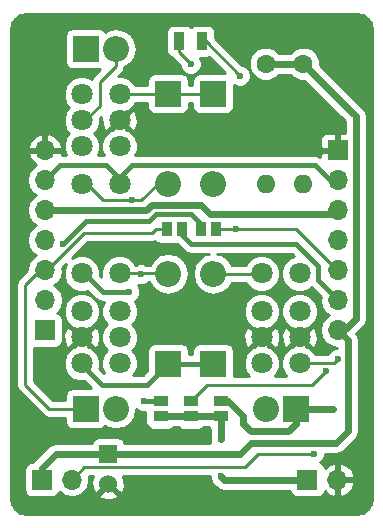
<source format=gbr>
G04 #@! TF.FileFunction,Copper,L1,Top,Signal*
%FSLAX46Y46*%
G04 Gerber Fmt 4.6, Leading zero omitted, Abs format (unit mm)*
G04 Created by KiCad (PCBNEW 4.0.4+e1-6308~48~ubuntu16.04.1-stable) date Mon Jan 22 19:58:00 2018*
%MOMM*%
%LPD*%
G01*
G04 APERTURE LIST*
%ADD10C,0.100000*%
%ADD11R,1.270000X0.970000*%
%ADD12R,0.970000X1.270000*%
%ADD13C,1.600000*%
%ADD14O,1.600000X1.600000*%
%ADD15R,2.200000X2.200000*%
%ADD16O,2.200000X2.200000*%
%ADD17R,1.700000X1.700000*%
%ADD18O,1.700000X1.700000*%
%ADD19R,0.970000X1.500000*%
%ADD20R,1.524000X1.524000*%
%ADD21C,1.524000*%
%ADD22C,1.800000*%
%ADD23C,0.600000*%
%ADD24C,0.240000*%
%ADD25C,0.400000*%
%ADD26C,0.600000*%
%ADD27C,0.254000*%
G04 APERTURE END LIST*
D10*
D11*
X118490000Y-134775000D03*
X118490000Y-133495000D03*
X113410000Y-134775000D03*
X113410000Y-133495000D03*
X115950000Y-134775000D03*
X115950000Y-133495000D03*
D12*
X118114000Y-118895000D03*
X116834000Y-118895000D03*
D13*
X122300000Y-104925000D03*
D14*
X122300000Y-115085000D03*
D13*
X125475000Y-104925000D03*
D14*
X125475000Y-115085000D03*
D12*
X113913000Y-118895000D03*
X115193000Y-118895000D03*
D15*
X107060000Y-103655000D03*
D16*
X109600000Y-103655000D03*
D15*
X124840000Y-134135000D03*
D16*
X122300000Y-134135000D03*
D15*
X107060000Y-134135000D03*
D16*
X109600000Y-134135000D03*
D17*
X103620000Y-127480000D03*
D18*
X103620000Y-124940000D03*
X103620000Y-122400000D03*
X103620000Y-119860000D03*
X103620000Y-117320000D03*
X103620000Y-114780000D03*
X103620000Y-112240000D03*
D17*
X128410000Y-112240000D03*
D18*
X128410000Y-114780000D03*
X128410000Y-117320000D03*
X128410000Y-119860000D03*
X128410000Y-122400000D03*
X128410000Y-124940000D03*
X128410000Y-127480000D03*
D17*
X103360000Y-140130000D03*
D18*
X105900000Y-140130000D03*
D17*
X125840000Y-140130000D03*
D18*
X128380000Y-140130000D03*
D19*
X114995000Y-103020000D03*
X116905000Y-103020000D03*
D20*
X108965000Y-137945000D03*
D21*
X108965000Y-140485000D03*
D15*
X117855000Y-107465000D03*
D16*
X117855000Y-115085000D03*
D15*
X114045000Y-107465000D03*
D16*
X114045000Y-115085000D03*
D15*
X114045000Y-130325000D03*
D16*
X114045000Y-122705000D03*
D15*
X117855000Y-130325000D03*
D16*
X117855000Y-122705000D03*
D22*
X109930000Y-115110000D03*
X109930000Y-111910000D03*
X109930000Y-109710000D03*
X109930000Y-107510000D03*
X106730000Y-107510000D03*
X106730000Y-109710000D03*
X106730000Y-111910000D03*
X106730000Y-115110000D03*
X106730000Y-122680000D03*
X106730000Y-125880000D03*
X106730000Y-128080000D03*
X106730000Y-130280000D03*
X109930000Y-130280000D03*
X109930000Y-128080000D03*
X109930000Y-125880000D03*
X109930000Y-122680000D03*
X121970000Y-122680000D03*
X121970000Y-125880000D03*
X121970000Y-128080000D03*
X121970000Y-130280000D03*
X125170000Y-130280000D03*
X125170000Y-128080000D03*
X125170000Y-125880000D03*
X125170000Y-122680000D03*
D23*
X111000000Y-116500000D03*
X120141000Y-105941000D03*
X111750000Y-122750000D03*
X128396000Y-129944000D03*
X126364000Y-137945000D03*
X119760000Y-118895000D03*
X115950000Y-104925000D03*
X128015000Y-134135000D03*
X110750000Y-124250000D03*
X112000000Y-133500000D03*
X127380000Y-130960000D03*
X118490000Y-136675000D03*
X118490000Y-139850000D03*
X105155000Y-120165000D03*
D24*
X109430000Y-107510000D02*
X114000000Y-107510000D01*
X114000000Y-107510000D02*
X114045000Y-107465000D01*
X117855000Y-107465000D02*
X114045000Y-107465000D01*
X107230000Y-115110000D02*
X107230000Y-115230000D01*
X107230000Y-115230000D02*
X108500000Y-116500000D01*
X111750000Y-116500000D02*
X113165000Y-115085000D01*
X108500000Y-116500000D02*
X111000000Y-116500000D01*
X111000000Y-116500000D02*
X111750000Y-116500000D01*
X113165000Y-115085000D02*
X114045000Y-115085000D01*
X114045000Y-115085000D02*
X114045000Y-115045000D01*
X107230000Y-115110000D02*
X107230000Y-115128000D01*
X116905000Y-103020000D02*
X117220000Y-103020000D01*
X117220000Y-103020000D02*
X120141000Y-105941000D01*
X106730000Y-109710000D02*
X107040000Y-109710000D01*
X107040000Y-109710000D02*
X108250000Y-108500000D01*
X108250000Y-108500000D02*
X108250000Y-106500000D01*
X108250000Y-106500000D02*
X109600000Y-105150000D01*
X109600000Y-105150000D02*
X109600000Y-103655000D01*
D25*
X107230000Y-130280000D02*
X107230000Y-130910000D01*
X107230000Y-130910000D02*
X108450000Y-132130000D01*
X108450000Y-132130000D02*
X112240000Y-132130000D01*
X112240000Y-132130000D02*
X114045000Y-130325000D01*
X117855000Y-130325000D02*
X114045000Y-130325000D01*
D24*
X114000000Y-130280000D02*
X114045000Y-130325000D01*
X111750000Y-122750000D02*
X111750000Y-122680000D01*
X111750000Y-122680000D02*
X111750000Y-122750000D01*
X111750000Y-122750000D02*
X111750000Y-122680000D01*
X109430000Y-122680000D02*
X111750000Y-122680000D01*
X111750000Y-122680000D02*
X114020000Y-122680000D01*
X114020000Y-122680000D02*
X114045000Y-122705000D01*
D26*
X108965000Y-137945000D02*
X104555000Y-137945000D01*
X103360000Y-139140000D02*
X103360000Y-140130000D01*
X104555000Y-137945000D02*
X103360000Y-139140000D01*
X108965000Y-137945000D02*
X120141000Y-137945000D01*
X128269000Y-137056000D02*
X129285000Y-136040000D01*
X121030000Y-137056000D02*
X128269000Y-137056000D01*
X129285000Y-136040000D02*
X129285000Y-128355000D01*
X129285000Y-128355000D02*
X128410000Y-127480000D01*
X120141000Y-137945000D02*
X121030000Y-137056000D01*
D24*
X128650000Y-127720000D02*
X128410000Y-127480000D01*
X103360000Y-140130000D02*
X103360000Y-139740000D01*
X128410000Y-127480000D02*
X128955000Y-127480000D01*
D26*
X128955000Y-127480000D02*
X129920000Y-126515000D01*
X129920000Y-126515000D02*
X129920000Y-109370000D01*
X129920000Y-109370000D02*
X125475000Y-104925000D01*
D24*
X103620000Y-139870000D02*
X103360000Y-140130000D01*
D26*
X122300000Y-104925000D02*
X125475000Y-104925000D01*
D24*
X117855000Y-122705000D02*
X122445000Y-122705000D01*
X122445000Y-122705000D02*
X122470000Y-122680000D01*
X117855000Y-122705000D02*
X117875000Y-122705000D01*
X117880000Y-122680000D02*
X117855000Y-122705000D01*
X128060000Y-130280000D02*
X124670000Y-130280000D01*
X128060000Y-130280000D02*
X128396000Y-129944000D01*
X121665000Y-137945000D02*
X126364000Y-137945000D01*
X106942000Y-139088000D02*
X120522000Y-139088000D01*
X120522000Y-139088000D02*
X121665000Y-137945000D01*
X106942000Y-139088000D02*
X105900000Y-140130000D01*
X114995000Y-103020000D02*
X114995000Y-103970000D01*
X114995000Y-103970000D02*
X115950000Y-104925000D01*
X128410000Y-122400000D02*
X128345000Y-122400000D01*
X128345000Y-122400000D02*
X124840000Y-118895000D01*
X124840000Y-118895000D02*
X119760000Y-118895000D01*
X119760000Y-118895000D02*
X118114000Y-118895000D01*
X103620000Y-122400000D02*
X103180000Y-122400000D01*
X103180000Y-122400000D02*
X101950000Y-123630000D01*
X103955000Y-134135000D02*
X107060000Y-134135000D01*
X101950000Y-132130000D02*
X103955000Y-134135000D01*
X101950000Y-123630000D02*
X101950000Y-132130000D01*
X112648000Y-119276000D02*
X106933000Y-119276000D01*
X106933000Y-119276000D02*
X103809000Y-122400000D01*
X103809000Y-122400000D02*
X103620000Y-122400000D01*
X113029000Y-118895000D02*
X113913000Y-118895000D01*
X112648000Y-119276000D02*
X113029000Y-118895000D01*
D26*
X128015000Y-134135000D02*
X124840000Y-134135000D01*
X119120000Y-133495000D02*
X120395000Y-134770000D01*
X121030000Y-136040000D02*
X124205000Y-136040000D01*
X124205000Y-136040000D02*
X124840000Y-135405000D01*
X124840000Y-134135000D02*
X124840000Y-135405000D01*
X120395000Y-135405000D02*
X121030000Y-136040000D01*
X120395000Y-134770000D02*
X120395000Y-135405000D01*
X118490000Y-133495000D02*
X119120000Y-133495000D01*
X103620000Y-117320000D02*
X112191000Y-117320000D01*
X128105000Y-117625000D02*
X117601000Y-117625000D01*
X116839000Y-116863000D02*
X117601000Y-117625000D01*
X112648000Y-116863000D02*
X116839000Y-116863000D01*
X112191000Y-117320000D02*
X112648000Y-116863000D01*
X103925000Y-117625000D02*
X103620000Y-117320000D01*
X128105000Y-117625000D02*
X128410000Y-117320000D01*
D25*
X124840000Y-120165000D02*
X115950000Y-120165000D01*
X115950000Y-120165000D02*
X115193000Y-119408000D01*
D24*
X115193000Y-118895000D02*
X115193000Y-119408000D01*
D25*
X124840000Y-120165000D02*
X126745000Y-122070000D01*
X126745000Y-122070000D02*
X126745000Y-123275000D01*
X126745000Y-123275000D02*
X128410000Y-124940000D01*
X109930000Y-115110000D02*
X109930000Y-114680000D01*
X109930000Y-114680000D02*
X108750000Y-113500000D01*
X104900000Y-113500000D02*
X103620000Y-114780000D01*
X108750000Y-113500000D02*
X104900000Y-113500000D01*
X109430000Y-115110000D02*
X109430000Y-115070000D01*
X109430000Y-115070000D02*
X111000000Y-113500000D01*
X126500000Y-113500000D02*
X127780000Y-114780000D01*
X111000000Y-113500000D02*
X126500000Y-113500000D01*
X127780000Y-114780000D02*
X128410000Y-114780000D01*
X103620000Y-114780000D02*
X103720000Y-114780000D01*
X113410000Y-133495000D02*
X112005000Y-133495000D01*
X108500000Y-124250000D02*
X107230000Y-122980000D01*
X110750000Y-124250000D02*
X108500000Y-124250000D01*
X112005000Y-133495000D02*
X112000000Y-133500000D01*
X107230000Y-122980000D02*
X107230000Y-122680000D01*
X103620000Y-114780000D02*
X103780000Y-114780000D01*
D24*
X126237000Y-132103000D02*
X117342000Y-132103000D01*
X117342000Y-132103000D02*
X115950000Y-133495000D01*
X127380000Y-130960000D02*
X126237000Y-132103000D01*
D26*
X118490000Y-134775000D02*
X118490000Y-136675000D01*
X118770000Y-140130000D02*
X125840000Y-140130000D01*
X118770000Y-140130000D02*
X118490000Y-139850000D01*
X113410000Y-134775000D02*
X115950000Y-134775000D01*
X115950000Y-134775000D02*
X118490000Y-134775000D01*
D24*
X113405000Y-134765000D02*
X113410000Y-134765000D01*
D25*
X105155000Y-120165000D02*
X107060000Y-118260000D01*
X107060000Y-118260000D02*
X112394000Y-118260000D01*
X112394000Y-118260000D02*
X113029000Y-117625000D01*
X113029000Y-117625000D02*
X115950000Y-117625000D01*
X115950000Y-117625000D02*
X116834000Y-118509000D01*
D24*
X116834000Y-118509000D02*
X116834000Y-118895000D01*
D27*
G36*
X130518338Y-100821046D02*
X130932333Y-101097669D01*
X131208953Y-101511660D01*
X131320000Y-102069931D01*
X131320000Y-141680069D01*
X131208953Y-142238340D01*
X130932333Y-142652331D01*
X130518338Y-142928954D01*
X129960069Y-143040000D01*
X102069931Y-143040000D01*
X101511660Y-142928953D01*
X101097669Y-142652333D01*
X100821046Y-142238338D01*
X100710000Y-141680069D01*
X100710000Y-123630000D01*
X101194999Y-123630000D01*
X101195000Y-123630005D01*
X101195000Y-132129995D01*
X101194999Y-132130000D01*
X101252471Y-132418926D01*
X101416134Y-132663866D01*
X103421132Y-134668863D01*
X103421134Y-134668866D01*
X103666074Y-134832529D01*
X103955000Y-134890000D01*
X105312560Y-134890000D01*
X105312560Y-135235000D01*
X105356838Y-135470317D01*
X105495910Y-135686441D01*
X105708110Y-135831431D01*
X105960000Y-135882440D01*
X108160000Y-135882440D01*
X108395317Y-135838162D01*
X108611441Y-135699090D01*
X108684311Y-135592441D01*
X108902053Y-135737931D01*
X109566009Y-135870000D01*
X109633991Y-135870000D01*
X110297947Y-135737931D01*
X110860821Y-135361830D01*
X111236922Y-134798956D01*
X111359647Y-134181974D01*
X111469673Y-134292192D01*
X111813201Y-134434838D01*
X112127560Y-134435112D01*
X112127560Y-135260000D01*
X112171838Y-135495317D01*
X112310910Y-135711441D01*
X112523110Y-135856431D01*
X112775000Y-135907440D01*
X114045000Y-135907440D01*
X114280317Y-135863162D01*
X114496441Y-135724090D01*
X114506068Y-135710000D01*
X114849983Y-135710000D01*
X114850910Y-135711441D01*
X115063110Y-135856431D01*
X115315000Y-135907440D01*
X116585000Y-135907440D01*
X116820317Y-135863162D01*
X117036441Y-135724090D01*
X117046068Y-135710000D01*
X117389983Y-135710000D01*
X117390910Y-135711441D01*
X117555000Y-135823559D01*
X117555000Y-136674184D01*
X117554838Y-136860167D01*
X117616748Y-137010000D01*
X110341888Y-137010000D01*
X110330162Y-136947683D01*
X110191090Y-136731559D01*
X109978890Y-136586569D01*
X109727000Y-136535560D01*
X108203000Y-136535560D01*
X107967683Y-136579838D01*
X107751559Y-136718910D01*
X107606569Y-136931110D01*
X107590593Y-137010000D01*
X104555000Y-137010000D01*
X104197191Y-137081173D01*
X103893855Y-137283855D01*
X102698855Y-138478855D01*
X102596153Y-138632560D01*
X102510000Y-138632560D01*
X102274683Y-138676838D01*
X102058559Y-138815910D01*
X101913569Y-139028110D01*
X101862560Y-139280000D01*
X101862560Y-140980000D01*
X101906838Y-141215317D01*
X102045910Y-141431441D01*
X102258110Y-141576431D01*
X102510000Y-141627440D01*
X104210000Y-141627440D01*
X104445317Y-141583162D01*
X104661441Y-141444090D01*
X104806431Y-141231890D01*
X104820086Y-141164459D01*
X104849946Y-141209147D01*
X105331715Y-141531054D01*
X105900000Y-141644093D01*
X106468285Y-141531054D01*
X106566823Y-141465213D01*
X108164392Y-141465213D01*
X108233857Y-141707397D01*
X108757302Y-141894144D01*
X109312368Y-141866362D01*
X109696143Y-141707397D01*
X109765608Y-141465213D01*
X108965000Y-140664605D01*
X108164392Y-141465213D01*
X106566823Y-141465213D01*
X106950054Y-141209147D01*
X107271961Y-140727378D01*
X107385000Y-140159093D01*
X107385000Y-140100907D01*
X107333699Y-139843000D01*
X107710800Y-139843000D01*
X107555856Y-140277302D01*
X107583638Y-140832368D01*
X107742603Y-141216143D01*
X107984787Y-141285608D01*
X108785395Y-140485000D01*
X108771253Y-140470858D01*
X108950858Y-140291253D01*
X108965000Y-140305395D01*
X108979143Y-140291253D01*
X109158748Y-140470858D01*
X109144605Y-140485000D01*
X109945213Y-141285608D01*
X110187397Y-141216143D01*
X110374144Y-140692698D01*
X110346362Y-140137632D01*
X110224321Y-139843000D01*
X117555005Y-139843000D01*
X117554838Y-140035167D01*
X117696883Y-140378943D01*
X117959673Y-140642192D01*
X117960065Y-140642355D01*
X118108855Y-140791145D01*
X118412191Y-140993827D01*
X118770000Y-141065000D01*
X124358554Y-141065000D01*
X124386838Y-141215317D01*
X124525910Y-141431441D01*
X124738110Y-141576431D01*
X124990000Y-141627440D01*
X126690000Y-141627440D01*
X126925317Y-141583162D01*
X127141441Y-141444090D01*
X127286431Y-141231890D01*
X127308301Y-141123893D01*
X127613076Y-141401645D01*
X128023110Y-141571476D01*
X128253000Y-141450155D01*
X128253000Y-140257000D01*
X128507000Y-140257000D01*
X128507000Y-141450155D01*
X128736890Y-141571476D01*
X129146924Y-141401645D01*
X129575183Y-141011358D01*
X129821486Y-140486892D01*
X129700819Y-140257000D01*
X128507000Y-140257000D01*
X128253000Y-140257000D01*
X128233000Y-140257000D01*
X128233000Y-140003000D01*
X128253000Y-140003000D01*
X128253000Y-138809845D01*
X128507000Y-138809845D01*
X128507000Y-140003000D01*
X129700819Y-140003000D01*
X129821486Y-139773108D01*
X129575183Y-139248642D01*
X129146924Y-138858355D01*
X128736890Y-138688524D01*
X128507000Y-138809845D01*
X128253000Y-138809845D01*
X128023110Y-138688524D01*
X127613076Y-138858355D01*
X127310063Y-139134501D01*
X127293162Y-139044683D01*
X127154090Y-138828559D01*
X126945272Y-138685880D01*
X127156192Y-138475327D01*
X127298838Y-138131799D01*
X127298961Y-137991000D01*
X128269000Y-137991000D01*
X128626809Y-137919827D01*
X128930145Y-137717145D01*
X129946145Y-136701145D01*
X130148827Y-136397809D01*
X130220000Y-136040000D01*
X130220000Y-128355000D01*
X130148827Y-127997191D01*
X129993125Y-127764165D01*
X130581145Y-127176145D01*
X130783827Y-126872809D01*
X130855000Y-126515000D01*
X130855000Y-109370000D01*
X130783827Y-109012191D01*
X130581145Y-108708855D01*
X126909902Y-105037612D01*
X126910248Y-104640813D01*
X126692243Y-104113200D01*
X126288923Y-103709176D01*
X125761691Y-103490250D01*
X125190813Y-103489752D01*
X124663200Y-103707757D01*
X124380464Y-103990000D01*
X123394258Y-103990000D01*
X123113923Y-103709176D01*
X122586691Y-103490250D01*
X122015813Y-103489752D01*
X121488200Y-103707757D01*
X121084176Y-104111077D01*
X120865250Y-104638309D01*
X120864752Y-105209187D01*
X121082757Y-105736800D01*
X121486077Y-106140824D01*
X122013309Y-106359750D01*
X122584187Y-106360248D01*
X123111800Y-106142243D01*
X123394536Y-105860000D01*
X124380742Y-105860000D01*
X124661077Y-106140824D01*
X125188309Y-106359750D01*
X125587808Y-106360098D01*
X128985000Y-109757290D01*
X128985000Y-110755000D01*
X128695750Y-110755000D01*
X128537000Y-110913750D01*
X128537000Y-112113000D01*
X128557000Y-112113000D01*
X128557000Y-112367000D01*
X128537000Y-112367000D01*
X128537000Y-112387000D01*
X128283000Y-112387000D01*
X128283000Y-112367000D01*
X127083750Y-112367000D01*
X126925000Y-112525750D01*
X126925000Y-112799026D01*
X126819541Y-112728561D01*
X126500000Y-112665000D01*
X111278570Y-112665000D01*
X111464733Y-112216670D01*
X111465265Y-111606009D01*
X111323822Y-111263690D01*
X126925000Y-111263690D01*
X126925000Y-111954250D01*
X127083750Y-112113000D01*
X128283000Y-112113000D01*
X128283000Y-110913750D01*
X128124250Y-110755000D01*
X127433691Y-110755000D01*
X127200302Y-110851673D01*
X127021673Y-111030301D01*
X126925000Y-111263690D01*
X111323822Y-111263690D01*
X111232068Y-111041629D01*
X110800643Y-110609449D01*
X110542763Y-110502368D01*
X109930000Y-109889605D01*
X109317324Y-110502281D01*
X109061629Y-110607932D01*
X108629449Y-111039357D01*
X108395267Y-111603330D01*
X108394735Y-112213991D01*
X108581088Y-112665000D01*
X108078570Y-112665000D01*
X108264733Y-112216670D01*
X108265265Y-111606009D01*
X108032068Y-111041629D01*
X107800818Y-110809974D01*
X108030551Y-110580643D01*
X108264733Y-110016670D01*
X108265137Y-109552594D01*
X108403820Y-109413912D01*
X108383542Y-109469336D01*
X108409161Y-110079460D01*
X108593357Y-110524148D01*
X108849841Y-110610554D01*
X109750395Y-109710000D01*
X110109605Y-109710000D01*
X111010159Y-110610554D01*
X111266643Y-110524148D01*
X111476458Y-109950664D01*
X111450839Y-109340540D01*
X111266643Y-108895852D01*
X111010159Y-108809446D01*
X110109605Y-109710000D01*
X109750395Y-109710000D01*
X109736253Y-109695858D01*
X109915858Y-109516253D01*
X109930000Y-109530395D01*
X110542676Y-108917719D01*
X110798371Y-108812068D01*
X111230551Y-108380643D01*
X111278570Y-108265000D01*
X112297560Y-108265000D01*
X112297560Y-108565000D01*
X112341838Y-108800317D01*
X112480910Y-109016441D01*
X112693110Y-109161431D01*
X112945000Y-109212440D01*
X115145000Y-109212440D01*
X115380317Y-109168162D01*
X115596441Y-109029090D01*
X115741431Y-108816890D01*
X115792440Y-108565000D01*
X115792440Y-108220000D01*
X116107560Y-108220000D01*
X116107560Y-108565000D01*
X116151838Y-108800317D01*
X116290910Y-109016441D01*
X116503110Y-109161431D01*
X116755000Y-109212440D01*
X118955000Y-109212440D01*
X119190317Y-109168162D01*
X119406441Y-109029090D01*
X119551431Y-108816890D01*
X119602440Y-108565000D01*
X119602440Y-106724945D01*
X119610673Y-106733192D01*
X119954201Y-106875838D01*
X120326167Y-106876162D01*
X120669943Y-106734117D01*
X120933192Y-106471327D01*
X121075838Y-106127799D01*
X121076162Y-105755833D01*
X120934117Y-105412057D01*
X120671327Y-105148808D01*
X120327799Y-105006162D01*
X120273846Y-105006115D01*
X118037440Y-102769708D01*
X118037440Y-102270000D01*
X117993162Y-102034683D01*
X117854090Y-101818559D01*
X117641890Y-101673569D01*
X117390000Y-101622560D01*
X116420000Y-101622560D01*
X116184683Y-101666838D01*
X115968559Y-101805910D01*
X115951766Y-101830488D01*
X115944090Y-101818559D01*
X115731890Y-101673569D01*
X115480000Y-101622560D01*
X114510000Y-101622560D01*
X114274683Y-101666838D01*
X114058559Y-101805910D01*
X113913569Y-102018110D01*
X113862560Y-102270000D01*
X113862560Y-103770000D01*
X113906838Y-104005317D01*
X114045910Y-104221441D01*
X114258110Y-104366431D01*
X114386703Y-104392472D01*
X114461134Y-104503866D01*
X115014884Y-105057616D01*
X115014838Y-105110167D01*
X115156883Y-105453943D01*
X115419673Y-105717192D01*
X115763201Y-105859838D01*
X116135167Y-105860162D01*
X116478943Y-105718117D01*
X116742192Y-105455327D01*
X116884838Y-105111799D01*
X116885162Y-104739833D01*
X116751952Y-104417440D01*
X117390000Y-104417440D01*
X117524416Y-104392148D01*
X118849829Y-105717560D01*
X116755000Y-105717560D01*
X116519683Y-105761838D01*
X116303559Y-105900910D01*
X116158569Y-106113110D01*
X116107560Y-106365000D01*
X116107560Y-106710000D01*
X115792440Y-106710000D01*
X115792440Y-106365000D01*
X115748162Y-106129683D01*
X115609090Y-105913559D01*
X115396890Y-105768569D01*
X115145000Y-105717560D01*
X112945000Y-105717560D01*
X112709683Y-105761838D01*
X112493559Y-105900910D01*
X112348569Y-106113110D01*
X112297560Y-106365000D01*
X112297560Y-106755000D01*
X111278912Y-106755000D01*
X111232068Y-106641629D01*
X110800643Y-106209449D01*
X110236670Y-105975267D01*
X109842807Y-105974924D01*
X110133863Y-105683868D01*
X110133866Y-105683866D01*
X110297529Y-105438926D01*
X110338986Y-105230510D01*
X110860821Y-104881830D01*
X111236922Y-104318956D01*
X111368991Y-103655000D01*
X111236922Y-102991044D01*
X110860821Y-102428170D01*
X110297947Y-102052069D01*
X109633991Y-101920000D01*
X109566009Y-101920000D01*
X108902053Y-102052069D01*
X108684498Y-102197435D01*
X108624090Y-102103559D01*
X108411890Y-101958569D01*
X108160000Y-101907560D01*
X105960000Y-101907560D01*
X105724683Y-101951838D01*
X105508559Y-102090910D01*
X105363569Y-102303110D01*
X105312560Y-102555000D01*
X105312560Y-104755000D01*
X105356838Y-104990317D01*
X105495910Y-105206441D01*
X105708110Y-105351431D01*
X105960000Y-105402440D01*
X108160000Y-105402440D01*
X108307602Y-105374667D01*
X107716134Y-105966134D01*
X107563783Y-106194144D01*
X107036670Y-105975267D01*
X106426009Y-105974735D01*
X105861629Y-106207932D01*
X105429449Y-106639357D01*
X105195267Y-107203330D01*
X105194735Y-107813991D01*
X105427932Y-108378371D01*
X105659182Y-108610026D01*
X105429449Y-108839357D01*
X105195267Y-109403330D01*
X105194735Y-110013991D01*
X105427932Y-110578371D01*
X105659182Y-110810026D01*
X105429449Y-111039357D01*
X105195267Y-111603330D01*
X105194735Y-112213991D01*
X105381088Y-112665000D01*
X105033266Y-112665000D01*
X105061476Y-112596890D01*
X104940155Y-112367000D01*
X103747000Y-112367000D01*
X103747000Y-112387000D01*
X103493000Y-112387000D01*
X103493000Y-112367000D01*
X102299845Y-112367000D01*
X102178524Y-112596890D01*
X102348355Y-113006924D01*
X102738642Y-113435183D01*
X102881553Y-113502298D01*
X102540853Y-113729946D01*
X102218946Y-114211715D01*
X102105907Y-114780000D01*
X102218946Y-115348285D01*
X102540853Y-115830054D01*
X102870026Y-116050000D01*
X102540853Y-116269946D01*
X102218946Y-116751715D01*
X102105907Y-117320000D01*
X102218946Y-117888285D01*
X102540853Y-118370054D01*
X102870026Y-118590000D01*
X102540853Y-118809946D01*
X102218946Y-119291715D01*
X102105907Y-119860000D01*
X102218946Y-120428285D01*
X102540853Y-120910054D01*
X102870026Y-121130000D01*
X102540853Y-121349946D01*
X102218946Y-121831715D01*
X102105907Y-122400000D01*
X102106962Y-122405306D01*
X101416134Y-123096134D01*
X101252471Y-123341074D01*
X101194999Y-123630000D01*
X100710000Y-123630000D01*
X100710000Y-111883110D01*
X102178524Y-111883110D01*
X102299845Y-112113000D01*
X103493000Y-112113000D01*
X103493000Y-110919181D01*
X103747000Y-110919181D01*
X103747000Y-112113000D01*
X104940155Y-112113000D01*
X105061476Y-111883110D01*
X104891645Y-111473076D01*
X104501358Y-111044817D01*
X103976892Y-110798514D01*
X103747000Y-110919181D01*
X103493000Y-110919181D01*
X103263108Y-110798514D01*
X102738642Y-111044817D01*
X102348355Y-111473076D01*
X102178524Y-111883110D01*
X100710000Y-111883110D01*
X100710000Y-102069931D01*
X100821046Y-101511662D01*
X101097669Y-101097667D01*
X101511660Y-100821047D01*
X102069931Y-100710000D01*
X129960069Y-100710000D01*
X130518338Y-100821046D01*
X130518338Y-100821046D01*
G37*
X130518338Y-100821046D02*
X130932333Y-101097669D01*
X131208953Y-101511660D01*
X131320000Y-102069931D01*
X131320000Y-141680069D01*
X131208953Y-142238340D01*
X130932333Y-142652331D01*
X130518338Y-142928954D01*
X129960069Y-143040000D01*
X102069931Y-143040000D01*
X101511660Y-142928953D01*
X101097669Y-142652333D01*
X100821046Y-142238338D01*
X100710000Y-141680069D01*
X100710000Y-123630000D01*
X101194999Y-123630000D01*
X101195000Y-123630005D01*
X101195000Y-132129995D01*
X101194999Y-132130000D01*
X101252471Y-132418926D01*
X101416134Y-132663866D01*
X103421132Y-134668863D01*
X103421134Y-134668866D01*
X103666074Y-134832529D01*
X103955000Y-134890000D01*
X105312560Y-134890000D01*
X105312560Y-135235000D01*
X105356838Y-135470317D01*
X105495910Y-135686441D01*
X105708110Y-135831431D01*
X105960000Y-135882440D01*
X108160000Y-135882440D01*
X108395317Y-135838162D01*
X108611441Y-135699090D01*
X108684311Y-135592441D01*
X108902053Y-135737931D01*
X109566009Y-135870000D01*
X109633991Y-135870000D01*
X110297947Y-135737931D01*
X110860821Y-135361830D01*
X111236922Y-134798956D01*
X111359647Y-134181974D01*
X111469673Y-134292192D01*
X111813201Y-134434838D01*
X112127560Y-134435112D01*
X112127560Y-135260000D01*
X112171838Y-135495317D01*
X112310910Y-135711441D01*
X112523110Y-135856431D01*
X112775000Y-135907440D01*
X114045000Y-135907440D01*
X114280317Y-135863162D01*
X114496441Y-135724090D01*
X114506068Y-135710000D01*
X114849983Y-135710000D01*
X114850910Y-135711441D01*
X115063110Y-135856431D01*
X115315000Y-135907440D01*
X116585000Y-135907440D01*
X116820317Y-135863162D01*
X117036441Y-135724090D01*
X117046068Y-135710000D01*
X117389983Y-135710000D01*
X117390910Y-135711441D01*
X117555000Y-135823559D01*
X117555000Y-136674184D01*
X117554838Y-136860167D01*
X117616748Y-137010000D01*
X110341888Y-137010000D01*
X110330162Y-136947683D01*
X110191090Y-136731559D01*
X109978890Y-136586569D01*
X109727000Y-136535560D01*
X108203000Y-136535560D01*
X107967683Y-136579838D01*
X107751559Y-136718910D01*
X107606569Y-136931110D01*
X107590593Y-137010000D01*
X104555000Y-137010000D01*
X104197191Y-137081173D01*
X103893855Y-137283855D01*
X102698855Y-138478855D01*
X102596153Y-138632560D01*
X102510000Y-138632560D01*
X102274683Y-138676838D01*
X102058559Y-138815910D01*
X101913569Y-139028110D01*
X101862560Y-139280000D01*
X101862560Y-140980000D01*
X101906838Y-141215317D01*
X102045910Y-141431441D01*
X102258110Y-141576431D01*
X102510000Y-141627440D01*
X104210000Y-141627440D01*
X104445317Y-141583162D01*
X104661441Y-141444090D01*
X104806431Y-141231890D01*
X104820086Y-141164459D01*
X104849946Y-141209147D01*
X105331715Y-141531054D01*
X105900000Y-141644093D01*
X106468285Y-141531054D01*
X106566823Y-141465213D01*
X108164392Y-141465213D01*
X108233857Y-141707397D01*
X108757302Y-141894144D01*
X109312368Y-141866362D01*
X109696143Y-141707397D01*
X109765608Y-141465213D01*
X108965000Y-140664605D01*
X108164392Y-141465213D01*
X106566823Y-141465213D01*
X106950054Y-141209147D01*
X107271961Y-140727378D01*
X107385000Y-140159093D01*
X107385000Y-140100907D01*
X107333699Y-139843000D01*
X107710800Y-139843000D01*
X107555856Y-140277302D01*
X107583638Y-140832368D01*
X107742603Y-141216143D01*
X107984787Y-141285608D01*
X108785395Y-140485000D01*
X108771253Y-140470858D01*
X108950858Y-140291253D01*
X108965000Y-140305395D01*
X108979143Y-140291253D01*
X109158748Y-140470858D01*
X109144605Y-140485000D01*
X109945213Y-141285608D01*
X110187397Y-141216143D01*
X110374144Y-140692698D01*
X110346362Y-140137632D01*
X110224321Y-139843000D01*
X117555005Y-139843000D01*
X117554838Y-140035167D01*
X117696883Y-140378943D01*
X117959673Y-140642192D01*
X117960065Y-140642355D01*
X118108855Y-140791145D01*
X118412191Y-140993827D01*
X118770000Y-141065000D01*
X124358554Y-141065000D01*
X124386838Y-141215317D01*
X124525910Y-141431441D01*
X124738110Y-141576431D01*
X124990000Y-141627440D01*
X126690000Y-141627440D01*
X126925317Y-141583162D01*
X127141441Y-141444090D01*
X127286431Y-141231890D01*
X127308301Y-141123893D01*
X127613076Y-141401645D01*
X128023110Y-141571476D01*
X128253000Y-141450155D01*
X128253000Y-140257000D01*
X128507000Y-140257000D01*
X128507000Y-141450155D01*
X128736890Y-141571476D01*
X129146924Y-141401645D01*
X129575183Y-141011358D01*
X129821486Y-140486892D01*
X129700819Y-140257000D01*
X128507000Y-140257000D01*
X128253000Y-140257000D01*
X128233000Y-140257000D01*
X128233000Y-140003000D01*
X128253000Y-140003000D01*
X128253000Y-138809845D01*
X128507000Y-138809845D01*
X128507000Y-140003000D01*
X129700819Y-140003000D01*
X129821486Y-139773108D01*
X129575183Y-139248642D01*
X129146924Y-138858355D01*
X128736890Y-138688524D01*
X128507000Y-138809845D01*
X128253000Y-138809845D01*
X128023110Y-138688524D01*
X127613076Y-138858355D01*
X127310063Y-139134501D01*
X127293162Y-139044683D01*
X127154090Y-138828559D01*
X126945272Y-138685880D01*
X127156192Y-138475327D01*
X127298838Y-138131799D01*
X127298961Y-137991000D01*
X128269000Y-137991000D01*
X128626809Y-137919827D01*
X128930145Y-137717145D01*
X129946145Y-136701145D01*
X130148827Y-136397809D01*
X130220000Y-136040000D01*
X130220000Y-128355000D01*
X130148827Y-127997191D01*
X129993125Y-127764165D01*
X130581145Y-127176145D01*
X130783827Y-126872809D01*
X130855000Y-126515000D01*
X130855000Y-109370000D01*
X130783827Y-109012191D01*
X130581145Y-108708855D01*
X126909902Y-105037612D01*
X126910248Y-104640813D01*
X126692243Y-104113200D01*
X126288923Y-103709176D01*
X125761691Y-103490250D01*
X125190813Y-103489752D01*
X124663200Y-103707757D01*
X124380464Y-103990000D01*
X123394258Y-103990000D01*
X123113923Y-103709176D01*
X122586691Y-103490250D01*
X122015813Y-103489752D01*
X121488200Y-103707757D01*
X121084176Y-104111077D01*
X120865250Y-104638309D01*
X120864752Y-105209187D01*
X121082757Y-105736800D01*
X121486077Y-106140824D01*
X122013309Y-106359750D01*
X122584187Y-106360248D01*
X123111800Y-106142243D01*
X123394536Y-105860000D01*
X124380742Y-105860000D01*
X124661077Y-106140824D01*
X125188309Y-106359750D01*
X125587808Y-106360098D01*
X128985000Y-109757290D01*
X128985000Y-110755000D01*
X128695750Y-110755000D01*
X128537000Y-110913750D01*
X128537000Y-112113000D01*
X128557000Y-112113000D01*
X128557000Y-112367000D01*
X128537000Y-112367000D01*
X128537000Y-112387000D01*
X128283000Y-112387000D01*
X128283000Y-112367000D01*
X127083750Y-112367000D01*
X126925000Y-112525750D01*
X126925000Y-112799026D01*
X126819541Y-112728561D01*
X126500000Y-112665000D01*
X111278570Y-112665000D01*
X111464733Y-112216670D01*
X111465265Y-111606009D01*
X111323822Y-111263690D01*
X126925000Y-111263690D01*
X126925000Y-111954250D01*
X127083750Y-112113000D01*
X128283000Y-112113000D01*
X128283000Y-110913750D01*
X128124250Y-110755000D01*
X127433691Y-110755000D01*
X127200302Y-110851673D01*
X127021673Y-111030301D01*
X126925000Y-111263690D01*
X111323822Y-111263690D01*
X111232068Y-111041629D01*
X110800643Y-110609449D01*
X110542763Y-110502368D01*
X109930000Y-109889605D01*
X109317324Y-110502281D01*
X109061629Y-110607932D01*
X108629449Y-111039357D01*
X108395267Y-111603330D01*
X108394735Y-112213991D01*
X108581088Y-112665000D01*
X108078570Y-112665000D01*
X108264733Y-112216670D01*
X108265265Y-111606009D01*
X108032068Y-111041629D01*
X107800818Y-110809974D01*
X108030551Y-110580643D01*
X108264733Y-110016670D01*
X108265137Y-109552594D01*
X108403820Y-109413912D01*
X108383542Y-109469336D01*
X108409161Y-110079460D01*
X108593357Y-110524148D01*
X108849841Y-110610554D01*
X109750395Y-109710000D01*
X110109605Y-109710000D01*
X111010159Y-110610554D01*
X111266643Y-110524148D01*
X111476458Y-109950664D01*
X111450839Y-109340540D01*
X111266643Y-108895852D01*
X111010159Y-108809446D01*
X110109605Y-109710000D01*
X109750395Y-109710000D01*
X109736253Y-109695858D01*
X109915858Y-109516253D01*
X109930000Y-109530395D01*
X110542676Y-108917719D01*
X110798371Y-108812068D01*
X111230551Y-108380643D01*
X111278570Y-108265000D01*
X112297560Y-108265000D01*
X112297560Y-108565000D01*
X112341838Y-108800317D01*
X112480910Y-109016441D01*
X112693110Y-109161431D01*
X112945000Y-109212440D01*
X115145000Y-109212440D01*
X115380317Y-109168162D01*
X115596441Y-109029090D01*
X115741431Y-108816890D01*
X115792440Y-108565000D01*
X115792440Y-108220000D01*
X116107560Y-108220000D01*
X116107560Y-108565000D01*
X116151838Y-108800317D01*
X116290910Y-109016441D01*
X116503110Y-109161431D01*
X116755000Y-109212440D01*
X118955000Y-109212440D01*
X119190317Y-109168162D01*
X119406441Y-109029090D01*
X119551431Y-108816890D01*
X119602440Y-108565000D01*
X119602440Y-106724945D01*
X119610673Y-106733192D01*
X119954201Y-106875838D01*
X120326167Y-106876162D01*
X120669943Y-106734117D01*
X120933192Y-106471327D01*
X121075838Y-106127799D01*
X121076162Y-105755833D01*
X120934117Y-105412057D01*
X120671327Y-105148808D01*
X120327799Y-105006162D01*
X120273846Y-105006115D01*
X118037440Y-102769708D01*
X118037440Y-102270000D01*
X117993162Y-102034683D01*
X117854090Y-101818559D01*
X117641890Y-101673569D01*
X117390000Y-101622560D01*
X116420000Y-101622560D01*
X116184683Y-101666838D01*
X115968559Y-101805910D01*
X115951766Y-101830488D01*
X115944090Y-101818559D01*
X115731890Y-101673569D01*
X115480000Y-101622560D01*
X114510000Y-101622560D01*
X114274683Y-101666838D01*
X114058559Y-101805910D01*
X113913569Y-102018110D01*
X113862560Y-102270000D01*
X113862560Y-103770000D01*
X113906838Y-104005317D01*
X114045910Y-104221441D01*
X114258110Y-104366431D01*
X114386703Y-104392472D01*
X114461134Y-104503866D01*
X115014884Y-105057616D01*
X115014838Y-105110167D01*
X115156883Y-105453943D01*
X115419673Y-105717192D01*
X115763201Y-105859838D01*
X116135167Y-105860162D01*
X116478943Y-105718117D01*
X116742192Y-105455327D01*
X116884838Y-105111799D01*
X116885162Y-104739833D01*
X116751952Y-104417440D01*
X117390000Y-104417440D01*
X117524416Y-104392148D01*
X118849829Y-105717560D01*
X116755000Y-105717560D01*
X116519683Y-105761838D01*
X116303559Y-105900910D01*
X116158569Y-106113110D01*
X116107560Y-106365000D01*
X116107560Y-106710000D01*
X115792440Y-106710000D01*
X115792440Y-106365000D01*
X115748162Y-106129683D01*
X115609090Y-105913559D01*
X115396890Y-105768569D01*
X115145000Y-105717560D01*
X112945000Y-105717560D01*
X112709683Y-105761838D01*
X112493559Y-105900910D01*
X112348569Y-106113110D01*
X112297560Y-106365000D01*
X112297560Y-106755000D01*
X111278912Y-106755000D01*
X111232068Y-106641629D01*
X110800643Y-106209449D01*
X110236670Y-105975267D01*
X109842807Y-105974924D01*
X110133863Y-105683868D01*
X110133866Y-105683866D01*
X110297529Y-105438926D01*
X110338986Y-105230510D01*
X110860821Y-104881830D01*
X111236922Y-104318956D01*
X111368991Y-103655000D01*
X111236922Y-102991044D01*
X110860821Y-102428170D01*
X110297947Y-102052069D01*
X109633991Y-101920000D01*
X109566009Y-101920000D01*
X108902053Y-102052069D01*
X108684498Y-102197435D01*
X108624090Y-102103559D01*
X108411890Y-101958569D01*
X108160000Y-101907560D01*
X105960000Y-101907560D01*
X105724683Y-101951838D01*
X105508559Y-102090910D01*
X105363569Y-102303110D01*
X105312560Y-102555000D01*
X105312560Y-104755000D01*
X105356838Y-104990317D01*
X105495910Y-105206441D01*
X105708110Y-105351431D01*
X105960000Y-105402440D01*
X108160000Y-105402440D01*
X108307602Y-105374667D01*
X107716134Y-105966134D01*
X107563783Y-106194144D01*
X107036670Y-105975267D01*
X106426009Y-105974735D01*
X105861629Y-106207932D01*
X105429449Y-106639357D01*
X105195267Y-107203330D01*
X105194735Y-107813991D01*
X105427932Y-108378371D01*
X105659182Y-108610026D01*
X105429449Y-108839357D01*
X105195267Y-109403330D01*
X105194735Y-110013991D01*
X105427932Y-110578371D01*
X105659182Y-110810026D01*
X105429449Y-111039357D01*
X105195267Y-111603330D01*
X105194735Y-112213991D01*
X105381088Y-112665000D01*
X105033266Y-112665000D01*
X105061476Y-112596890D01*
X104940155Y-112367000D01*
X103747000Y-112367000D01*
X103747000Y-112387000D01*
X103493000Y-112387000D01*
X103493000Y-112367000D01*
X102299845Y-112367000D01*
X102178524Y-112596890D01*
X102348355Y-113006924D01*
X102738642Y-113435183D01*
X102881553Y-113502298D01*
X102540853Y-113729946D01*
X102218946Y-114211715D01*
X102105907Y-114780000D01*
X102218946Y-115348285D01*
X102540853Y-115830054D01*
X102870026Y-116050000D01*
X102540853Y-116269946D01*
X102218946Y-116751715D01*
X102105907Y-117320000D01*
X102218946Y-117888285D01*
X102540853Y-118370054D01*
X102870026Y-118590000D01*
X102540853Y-118809946D01*
X102218946Y-119291715D01*
X102105907Y-119860000D01*
X102218946Y-120428285D01*
X102540853Y-120910054D01*
X102870026Y-121130000D01*
X102540853Y-121349946D01*
X102218946Y-121831715D01*
X102105907Y-122400000D01*
X102106962Y-122405306D01*
X101416134Y-123096134D01*
X101252471Y-123341074D01*
X101194999Y-123630000D01*
X100710000Y-123630000D01*
X100710000Y-111883110D01*
X102178524Y-111883110D01*
X102299845Y-112113000D01*
X103493000Y-112113000D01*
X103493000Y-110919181D01*
X103747000Y-110919181D01*
X103747000Y-112113000D01*
X104940155Y-112113000D01*
X105061476Y-111883110D01*
X104891645Y-111473076D01*
X104501358Y-111044817D01*
X103976892Y-110798514D01*
X103747000Y-110919181D01*
X103493000Y-110919181D01*
X103263108Y-110798514D01*
X102738642Y-111044817D01*
X102348355Y-111473076D01*
X102178524Y-111883110D01*
X100710000Y-111883110D01*
X100710000Y-102069931D01*
X100821046Y-101511662D01*
X101097669Y-101097667D01*
X101511660Y-100821047D01*
X102069931Y-100710000D01*
X129960069Y-100710000D01*
X130518338Y-100821046D01*
G36*
X105195267Y-122373330D02*
X105194735Y-122983991D01*
X105427932Y-123548371D01*
X105859357Y-123980551D01*
X106423330Y-124214733D01*
X107033991Y-124215265D01*
X107211183Y-124142051D01*
X107909566Y-124840434D01*
X108180459Y-125021439D01*
X108500000Y-125085000D01*
X108598039Y-125085000D01*
X108395267Y-125573330D01*
X108394735Y-126183991D01*
X108627932Y-126748371D01*
X108859182Y-126980026D01*
X108629449Y-127209357D01*
X108395267Y-127773330D01*
X108394735Y-128383991D01*
X108627932Y-128948371D01*
X108859182Y-129180026D01*
X108629449Y-129409357D01*
X108395267Y-129973330D01*
X108394735Y-130583991D01*
X108612929Y-131112061D01*
X108212743Y-130711875D01*
X108264733Y-130586670D01*
X108265265Y-129976009D01*
X108032068Y-129411629D01*
X107600643Y-128979449D01*
X107342763Y-128872368D01*
X106730000Y-128259605D01*
X106117324Y-128872281D01*
X105861629Y-128977932D01*
X105429449Y-129409357D01*
X105195267Y-129973330D01*
X105194735Y-130583991D01*
X105427932Y-131148371D01*
X105859357Y-131580551D01*
X106423330Y-131814733D01*
X106954328Y-131815196D01*
X107526692Y-132387560D01*
X105960000Y-132387560D01*
X105724683Y-132431838D01*
X105508559Y-132570910D01*
X105363569Y-132783110D01*
X105312560Y-133035000D01*
X105312560Y-133380000D01*
X104267731Y-133380000D01*
X102705000Y-131817268D01*
X102705000Y-128964277D01*
X102770000Y-128977440D01*
X104470000Y-128977440D01*
X104705317Y-128933162D01*
X104921441Y-128794090D01*
X105066431Y-128581890D01*
X105117440Y-128330000D01*
X105117440Y-127839336D01*
X105183542Y-127839336D01*
X105209161Y-128449460D01*
X105393357Y-128894148D01*
X105649841Y-128980554D01*
X106550395Y-128080000D01*
X106909605Y-128080000D01*
X107810159Y-128980554D01*
X108066643Y-128894148D01*
X108276458Y-128320664D01*
X108250839Y-127710540D01*
X108066643Y-127265852D01*
X107810159Y-127179446D01*
X106909605Y-128080000D01*
X106550395Y-128080000D01*
X105649841Y-127179446D01*
X105393357Y-127265852D01*
X105183542Y-127839336D01*
X105117440Y-127839336D01*
X105117440Y-126630000D01*
X105073162Y-126394683D01*
X104937586Y-126183991D01*
X105194735Y-126183991D01*
X105427932Y-126748371D01*
X105859357Y-127180551D01*
X106117237Y-127287632D01*
X106730000Y-127900395D01*
X107342676Y-127287719D01*
X107598371Y-127182068D01*
X108030551Y-126750643D01*
X108264733Y-126186670D01*
X108265265Y-125576009D01*
X108032068Y-125011629D01*
X107600643Y-124579449D01*
X107036670Y-124345267D01*
X106426009Y-124344735D01*
X105861629Y-124577932D01*
X105429449Y-125009357D01*
X105195267Y-125573330D01*
X105194735Y-126183991D01*
X104937586Y-126183991D01*
X104934090Y-126178559D01*
X104721890Y-126033569D01*
X104654459Y-126019914D01*
X104699147Y-125990054D01*
X105021054Y-125508285D01*
X105134093Y-124940000D01*
X105021054Y-124371715D01*
X104699147Y-123889946D01*
X104369974Y-123670000D01*
X104699147Y-123450054D01*
X105021054Y-122968285D01*
X105134093Y-122400000D01*
X105091394Y-122185338D01*
X105402518Y-121874214D01*
X105195267Y-122373330D01*
X105195267Y-122373330D01*
G37*
X105195267Y-122373330D02*
X105194735Y-122983991D01*
X105427932Y-123548371D01*
X105859357Y-123980551D01*
X106423330Y-124214733D01*
X107033991Y-124215265D01*
X107211183Y-124142051D01*
X107909566Y-124840434D01*
X108180459Y-125021439D01*
X108500000Y-125085000D01*
X108598039Y-125085000D01*
X108395267Y-125573330D01*
X108394735Y-126183991D01*
X108627932Y-126748371D01*
X108859182Y-126980026D01*
X108629449Y-127209357D01*
X108395267Y-127773330D01*
X108394735Y-128383991D01*
X108627932Y-128948371D01*
X108859182Y-129180026D01*
X108629449Y-129409357D01*
X108395267Y-129973330D01*
X108394735Y-130583991D01*
X108612929Y-131112061D01*
X108212743Y-130711875D01*
X108264733Y-130586670D01*
X108265265Y-129976009D01*
X108032068Y-129411629D01*
X107600643Y-128979449D01*
X107342763Y-128872368D01*
X106730000Y-128259605D01*
X106117324Y-128872281D01*
X105861629Y-128977932D01*
X105429449Y-129409357D01*
X105195267Y-129973330D01*
X105194735Y-130583991D01*
X105427932Y-131148371D01*
X105859357Y-131580551D01*
X106423330Y-131814733D01*
X106954328Y-131815196D01*
X107526692Y-132387560D01*
X105960000Y-132387560D01*
X105724683Y-132431838D01*
X105508559Y-132570910D01*
X105363569Y-132783110D01*
X105312560Y-133035000D01*
X105312560Y-133380000D01*
X104267731Y-133380000D01*
X102705000Y-131817268D01*
X102705000Y-128964277D01*
X102770000Y-128977440D01*
X104470000Y-128977440D01*
X104705317Y-128933162D01*
X104921441Y-128794090D01*
X105066431Y-128581890D01*
X105117440Y-128330000D01*
X105117440Y-127839336D01*
X105183542Y-127839336D01*
X105209161Y-128449460D01*
X105393357Y-128894148D01*
X105649841Y-128980554D01*
X106550395Y-128080000D01*
X106909605Y-128080000D01*
X107810159Y-128980554D01*
X108066643Y-128894148D01*
X108276458Y-128320664D01*
X108250839Y-127710540D01*
X108066643Y-127265852D01*
X107810159Y-127179446D01*
X106909605Y-128080000D01*
X106550395Y-128080000D01*
X105649841Y-127179446D01*
X105393357Y-127265852D01*
X105183542Y-127839336D01*
X105117440Y-127839336D01*
X105117440Y-126630000D01*
X105073162Y-126394683D01*
X104937586Y-126183991D01*
X105194735Y-126183991D01*
X105427932Y-126748371D01*
X105859357Y-127180551D01*
X106117237Y-127287632D01*
X106730000Y-127900395D01*
X107342676Y-127287719D01*
X107598371Y-127182068D01*
X108030551Y-126750643D01*
X108264733Y-126186670D01*
X108265265Y-125576009D01*
X108032068Y-125011629D01*
X107600643Y-124579449D01*
X107036670Y-124345267D01*
X106426009Y-124344735D01*
X105861629Y-124577932D01*
X105429449Y-125009357D01*
X105195267Y-125573330D01*
X105194735Y-126183991D01*
X104937586Y-126183991D01*
X104934090Y-126178559D01*
X104721890Y-126033569D01*
X104654459Y-126019914D01*
X104699147Y-125990054D01*
X105021054Y-125508285D01*
X105134093Y-124940000D01*
X105021054Y-124371715D01*
X104699147Y-123889946D01*
X104369974Y-123670000D01*
X104699147Y-123450054D01*
X105021054Y-122968285D01*
X105134093Y-122400000D01*
X105091394Y-122185338D01*
X105402518Y-121874214D01*
X105195267Y-122373330D01*
G36*
X112963910Y-119981441D02*
X113176110Y-120126431D01*
X113428000Y-120177440D01*
X114398000Y-120177440D01*
X114558690Y-120147204D01*
X114708000Y-120177440D01*
X114781572Y-120177440D01*
X115359566Y-120755434D01*
X115630460Y-120936440D01*
X115950000Y-121000000D01*
X117533295Y-121000000D01*
X117191044Y-121068078D01*
X116628170Y-121444179D01*
X116252069Y-122007053D01*
X116120000Y-122671009D01*
X116120000Y-122738991D01*
X116252069Y-123402947D01*
X116628170Y-123965821D01*
X117191044Y-124341922D01*
X117855000Y-124473991D01*
X118518956Y-124341922D01*
X119081830Y-123965821D01*
X119419809Y-123460000D01*
X120631418Y-123460000D01*
X120667932Y-123548371D01*
X121099357Y-123980551D01*
X121663330Y-124214733D01*
X122273991Y-124215265D01*
X122838371Y-123982068D01*
X123270551Y-123550643D01*
X123504733Y-122986670D01*
X123505265Y-122376009D01*
X123272068Y-121811629D01*
X122840643Y-121379449D01*
X122276670Y-121145267D01*
X121666009Y-121144735D01*
X121101629Y-121377932D01*
X120669449Y-121809357D01*
X120611049Y-121950000D01*
X119419809Y-121950000D01*
X119081830Y-121444179D01*
X118518956Y-121068078D01*
X118176705Y-121000000D01*
X124494132Y-121000000D01*
X124705279Y-121211147D01*
X124301629Y-121377932D01*
X123869449Y-121809357D01*
X123635267Y-122373330D01*
X123634735Y-122983991D01*
X123867932Y-123548371D01*
X124299357Y-123980551D01*
X124863330Y-124214733D01*
X125473991Y-124215265D01*
X126038371Y-123982068D01*
X126154887Y-123865755D01*
X126951193Y-124662061D01*
X126895907Y-124940000D01*
X127008946Y-125508285D01*
X127330853Y-125990054D01*
X127660026Y-126210000D01*
X127330853Y-126429946D01*
X127008946Y-126911715D01*
X126895907Y-127480000D01*
X127008946Y-128048285D01*
X127330853Y-128530054D01*
X127812622Y-128851961D01*
X128350000Y-128958852D01*
X128350000Y-129008959D01*
X128210833Y-129008838D01*
X127867057Y-129150883D01*
X127603808Y-129413673D01*
X127557581Y-129525000D01*
X126518912Y-129525000D01*
X126472068Y-129411629D01*
X126040643Y-128979449D01*
X125782763Y-128872368D01*
X125170000Y-128259605D01*
X124557324Y-128872281D01*
X124301629Y-128977932D01*
X123869449Y-129409357D01*
X123635267Y-129973330D01*
X123634735Y-130583991D01*
X123867932Y-131148371D01*
X124067212Y-131348000D01*
X123072849Y-131348000D01*
X123270551Y-131150643D01*
X123504733Y-130586670D01*
X123505265Y-129976009D01*
X123272068Y-129411629D01*
X122840643Y-128979449D01*
X122582763Y-128872368D01*
X121970000Y-128259605D01*
X121357324Y-128872281D01*
X121101629Y-128977932D01*
X120669449Y-129409357D01*
X120435267Y-129973330D01*
X120434735Y-130583991D01*
X120667932Y-131148371D01*
X120867212Y-131348000D01*
X119602440Y-131348000D01*
X119602440Y-129225000D01*
X119558162Y-128989683D01*
X119419090Y-128773559D01*
X119206890Y-128628569D01*
X118955000Y-128577560D01*
X116755000Y-128577560D01*
X116519683Y-128621838D01*
X116303559Y-128760910D01*
X116158569Y-128973110D01*
X116107560Y-129225000D01*
X116107560Y-129490000D01*
X115792440Y-129490000D01*
X115792440Y-129225000D01*
X115748162Y-128989683D01*
X115609090Y-128773559D01*
X115396890Y-128628569D01*
X115145000Y-128577560D01*
X112945000Y-128577560D01*
X112709683Y-128621838D01*
X112493559Y-128760910D01*
X112348569Y-128973110D01*
X112297560Y-129225000D01*
X112297560Y-130891572D01*
X111894132Y-131295000D01*
X111085941Y-131295000D01*
X111230551Y-131150643D01*
X111464733Y-130586670D01*
X111465265Y-129976009D01*
X111232068Y-129411629D01*
X111000818Y-129179974D01*
X111230551Y-128950643D01*
X111464733Y-128386670D01*
X111465209Y-127839336D01*
X120423542Y-127839336D01*
X120449161Y-128449460D01*
X120633357Y-128894148D01*
X120889841Y-128980554D01*
X121790395Y-128080000D01*
X122149605Y-128080000D01*
X123050159Y-128980554D01*
X123306643Y-128894148D01*
X123516458Y-128320664D01*
X123496248Y-127839336D01*
X123623542Y-127839336D01*
X123649161Y-128449460D01*
X123833357Y-128894148D01*
X124089841Y-128980554D01*
X124990395Y-128080000D01*
X125349605Y-128080000D01*
X126250159Y-128980554D01*
X126506643Y-128894148D01*
X126716458Y-128320664D01*
X126690839Y-127710540D01*
X126506643Y-127265852D01*
X126250159Y-127179446D01*
X125349605Y-128080000D01*
X124990395Y-128080000D01*
X124089841Y-127179446D01*
X123833357Y-127265852D01*
X123623542Y-127839336D01*
X123496248Y-127839336D01*
X123490839Y-127710540D01*
X123306643Y-127265852D01*
X123050159Y-127179446D01*
X122149605Y-128080000D01*
X121790395Y-128080000D01*
X120889841Y-127179446D01*
X120633357Y-127265852D01*
X120423542Y-127839336D01*
X111465209Y-127839336D01*
X111465265Y-127776009D01*
X111232068Y-127211629D01*
X111000818Y-126979974D01*
X111230551Y-126750643D01*
X111464733Y-126186670D01*
X111464735Y-126183991D01*
X120434735Y-126183991D01*
X120667932Y-126748371D01*
X121099357Y-127180551D01*
X121357237Y-127287632D01*
X121970000Y-127900395D01*
X122582676Y-127287719D01*
X122838371Y-127182068D01*
X123270551Y-126750643D01*
X123504733Y-126186670D01*
X123504735Y-126183991D01*
X123634735Y-126183991D01*
X123867932Y-126748371D01*
X124299357Y-127180551D01*
X124557237Y-127287632D01*
X125170000Y-127900395D01*
X125782676Y-127287719D01*
X126038371Y-127182068D01*
X126470551Y-126750643D01*
X126704733Y-126186670D01*
X126705265Y-125576009D01*
X126472068Y-125011629D01*
X126040643Y-124579449D01*
X125476670Y-124345267D01*
X124866009Y-124344735D01*
X124301629Y-124577932D01*
X123869449Y-125009357D01*
X123635267Y-125573330D01*
X123634735Y-126183991D01*
X123504735Y-126183991D01*
X123505265Y-125576009D01*
X123272068Y-125011629D01*
X122840643Y-124579449D01*
X122276670Y-124345267D01*
X121666009Y-124344735D01*
X121101629Y-124577932D01*
X120669449Y-125009357D01*
X120435267Y-125573330D01*
X120434735Y-126183991D01*
X111464735Y-126183991D01*
X111465265Y-125576009D01*
X111250017Y-125055069D01*
X111278943Y-125043117D01*
X111542192Y-124780327D01*
X111684838Y-124436799D01*
X111685162Y-124064833D01*
X111543117Y-123721057D01*
X111467144Y-123644952D01*
X111563201Y-123684838D01*
X111935167Y-123685162D01*
X112278943Y-123543117D01*
X112387249Y-123435000D01*
X112463486Y-123435000D01*
X112818170Y-123965821D01*
X113381044Y-124341922D01*
X114045000Y-124473991D01*
X114708956Y-124341922D01*
X115271830Y-123965821D01*
X115647931Y-123402947D01*
X115780000Y-122738991D01*
X115780000Y-122671009D01*
X115647931Y-122007053D01*
X115271830Y-121444179D01*
X114708956Y-121068078D01*
X114045000Y-120936009D01*
X113381044Y-121068078D01*
X112818170Y-121444179D01*
X112496895Y-121925000D01*
X112201317Y-121925000D01*
X111936799Y-121815162D01*
X111564833Y-121814838D01*
X111298220Y-121925000D01*
X111278912Y-121925000D01*
X111232068Y-121811629D01*
X110800643Y-121379449D01*
X110236670Y-121145267D01*
X109626009Y-121144735D01*
X109061629Y-121377932D01*
X108629449Y-121809357D01*
X108395267Y-122373330D01*
X108394753Y-122963885D01*
X108264866Y-122833998D01*
X108265265Y-122376009D01*
X108032068Y-121811629D01*
X107600643Y-121379449D01*
X107036670Y-121145267D01*
X106426009Y-121144735D01*
X105924973Y-121351759D01*
X107245732Y-120031000D01*
X112647995Y-120031000D01*
X112648000Y-120031001D01*
X112936926Y-119973529D01*
X112952236Y-119963299D01*
X112963910Y-119981441D01*
X112963910Y-119981441D01*
G37*
X112963910Y-119981441D02*
X113176110Y-120126431D01*
X113428000Y-120177440D01*
X114398000Y-120177440D01*
X114558690Y-120147204D01*
X114708000Y-120177440D01*
X114781572Y-120177440D01*
X115359566Y-120755434D01*
X115630460Y-120936440D01*
X115950000Y-121000000D01*
X117533295Y-121000000D01*
X117191044Y-121068078D01*
X116628170Y-121444179D01*
X116252069Y-122007053D01*
X116120000Y-122671009D01*
X116120000Y-122738991D01*
X116252069Y-123402947D01*
X116628170Y-123965821D01*
X117191044Y-124341922D01*
X117855000Y-124473991D01*
X118518956Y-124341922D01*
X119081830Y-123965821D01*
X119419809Y-123460000D01*
X120631418Y-123460000D01*
X120667932Y-123548371D01*
X121099357Y-123980551D01*
X121663330Y-124214733D01*
X122273991Y-124215265D01*
X122838371Y-123982068D01*
X123270551Y-123550643D01*
X123504733Y-122986670D01*
X123505265Y-122376009D01*
X123272068Y-121811629D01*
X122840643Y-121379449D01*
X122276670Y-121145267D01*
X121666009Y-121144735D01*
X121101629Y-121377932D01*
X120669449Y-121809357D01*
X120611049Y-121950000D01*
X119419809Y-121950000D01*
X119081830Y-121444179D01*
X118518956Y-121068078D01*
X118176705Y-121000000D01*
X124494132Y-121000000D01*
X124705279Y-121211147D01*
X124301629Y-121377932D01*
X123869449Y-121809357D01*
X123635267Y-122373330D01*
X123634735Y-122983991D01*
X123867932Y-123548371D01*
X124299357Y-123980551D01*
X124863330Y-124214733D01*
X125473991Y-124215265D01*
X126038371Y-123982068D01*
X126154887Y-123865755D01*
X126951193Y-124662061D01*
X126895907Y-124940000D01*
X127008946Y-125508285D01*
X127330853Y-125990054D01*
X127660026Y-126210000D01*
X127330853Y-126429946D01*
X127008946Y-126911715D01*
X126895907Y-127480000D01*
X127008946Y-128048285D01*
X127330853Y-128530054D01*
X127812622Y-128851961D01*
X128350000Y-128958852D01*
X128350000Y-129008959D01*
X128210833Y-129008838D01*
X127867057Y-129150883D01*
X127603808Y-129413673D01*
X127557581Y-129525000D01*
X126518912Y-129525000D01*
X126472068Y-129411629D01*
X126040643Y-128979449D01*
X125782763Y-128872368D01*
X125170000Y-128259605D01*
X124557324Y-128872281D01*
X124301629Y-128977932D01*
X123869449Y-129409357D01*
X123635267Y-129973330D01*
X123634735Y-130583991D01*
X123867932Y-131148371D01*
X124067212Y-131348000D01*
X123072849Y-131348000D01*
X123270551Y-131150643D01*
X123504733Y-130586670D01*
X123505265Y-129976009D01*
X123272068Y-129411629D01*
X122840643Y-128979449D01*
X122582763Y-128872368D01*
X121970000Y-128259605D01*
X121357324Y-128872281D01*
X121101629Y-128977932D01*
X120669449Y-129409357D01*
X120435267Y-129973330D01*
X120434735Y-130583991D01*
X120667932Y-131148371D01*
X120867212Y-131348000D01*
X119602440Y-131348000D01*
X119602440Y-129225000D01*
X119558162Y-128989683D01*
X119419090Y-128773559D01*
X119206890Y-128628569D01*
X118955000Y-128577560D01*
X116755000Y-128577560D01*
X116519683Y-128621838D01*
X116303559Y-128760910D01*
X116158569Y-128973110D01*
X116107560Y-129225000D01*
X116107560Y-129490000D01*
X115792440Y-129490000D01*
X115792440Y-129225000D01*
X115748162Y-128989683D01*
X115609090Y-128773559D01*
X115396890Y-128628569D01*
X115145000Y-128577560D01*
X112945000Y-128577560D01*
X112709683Y-128621838D01*
X112493559Y-128760910D01*
X112348569Y-128973110D01*
X112297560Y-129225000D01*
X112297560Y-130891572D01*
X111894132Y-131295000D01*
X111085941Y-131295000D01*
X111230551Y-131150643D01*
X111464733Y-130586670D01*
X111465265Y-129976009D01*
X111232068Y-129411629D01*
X111000818Y-129179974D01*
X111230551Y-128950643D01*
X111464733Y-128386670D01*
X111465209Y-127839336D01*
X120423542Y-127839336D01*
X120449161Y-128449460D01*
X120633357Y-128894148D01*
X120889841Y-128980554D01*
X121790395Y-128080000D01*
X122149605Y-128080000D01*
X123050159Y-128980554D01*
X123306643Y-128894148D01*
X123516458Y-128320664D01*
X123496248Y-127839336D01*
X123623542Y-127839336D01*
X123649161Y-128449460D01*
X123833357Y-128894148D01*
X124089841Y-128980554D01*
X124990395Y-128080000D01*
X125349605Y-128080000D01*
X126250159Y-128980554D01*
X126506643Y-128894148D01*
X126716458Y-128320664D01*
X126690839Y-127710540D01*
X126506643Y-127265852D01*
X126250159Y-127179446D01*
X125349605Y-128080000D01*
X124990395Y-128080000D01*
X124089841Y-127179446D01*
X123833357Y-127265852D01*
X123623542Y-127839336D01*
X123496248Y-127839336D01*
X123490839Y-127710540D01*
X123306643Y-127265852D01*
X123050159Y-127179446D01*
X122149605Y-128080000D01*
X121790395Y-128080000D01*
X120889841Y-127179446D01*
X120633357Y-127265852D01*
X120423542Y-127839336D01*
X111465209Y-127839336D01*
X111465265Y-127776009D01*
X111232068Y-127211629D01*
X111000818Y-126979974D01*
X111230551Y-126750643D01*
X111464733Y-126186670D01*
X111464735Y-126183991D01*
X120434735Y-126183991D01*
X120667932Y-126748371D01*
X121099357Y-127180551D01*
X121357237Y-127287632D01*
X121970000Y-127900395D01*
X122582676Y-127287719D01*
X122838371Y-127182068D01*
X123270551Y-126750643D01*
X123504733Y-126186670D01*
X123504735Y-126183991D01*
X123634735Y-126183991D01*
X123867932Y-126748371D01*
X124299357Y-127180551D01*
X124557237Y-127287632D01*
X125170000Y-127900395D01*
X125782676Y-127287719D01*
X126038371Y-127182068D01*
X126470551Y-126750643D01*
X126704733Y-126186670D01*
X126705265Y-125576009D01*
X126472068Y-125011629D01*
X126040643Y-124579449D01*
X125476670Y-124345267D01*
X124866009Y-124344735D01*
X124301629Y-124577932D01*
X123869449Y-125009357D01*
X123635267Y-125573330D01*
X123634735Y-126183991D01*
X123504735Y-126183991D01*
X123505265Y-125576009D01*
X123272068Y-125011629D01*
X122840643Y-124579449D01*
X122276670Y-124345267D01*
X121666009Y-124344735D01*
X121101629Y-124577932D01*
X120669449Y-125009357D01*
X120435267Y-125573330D01*
X120434735Y-126183991D01*
X111464735Y-126183991D01*
X111465265Y-125576009D01*
X111250017Y-125055069D01*
X111278943Y-125043117D01*
X111542192Y-124780327D01*
X111684838Y-124436799D01*
X111685162Y-124064833D01*
X111543117Y-123721057D01*
X111467144Y-123644952D01*
X111563201Y-123684838D01*
X111935167Y-123685162D01*
X112278943Y-123543117D01*
X112387249Y-123435000D01*
X112463486Y-123435000D01*
X112818170Y-123965821D01*
X113381044Y-124341922D01*
X114045000Y-124473991D01*
X114708956Y-124341922D01*
X115271830Y-123965821D01*
X115647931Y-123402947D01*
X115780000Y-122738991D01*
X115780000Y-122671009D01*
X115647931Y-122007053D01*
X115271830Y-121444179D01*
X114708956Y-121068078D01*
X114045000Y-120936009D01*
X113381044Y-121068078D01*
X112818170Y-121444179D01*
X112496895Y-121925000D01*
X112201317Y-121925000D01*
X111936799Y-121815162D01*
X111564833Y-121814838D01*
X111298220Y-121925000D01*
X111278912Y-121925000D01*
X111232068Y-121811629D01*
X110800643Y-121379449D01*
X110236670Y-121145267D01*
X109626009Y-121144735D01*
X109061629Y-121377932D01*
X108629449Y-121809357D01*
X108395267Y-122373330D01*
X108394753Y-122963885D01*
X108264866Y-122833998D01*
X108265265Y-122376009D01*
X108032068Y-121811629D01*
X107600643Y-121379449D01*
X107036670Y-121145267D01*
X106426009Y-121144735D01*
X105924973Y-121351759D01*
X107245732Y-120031000D01*
X112647995Y-120031000D01*
X112648000Y-120031001D01*
X112936926Y-119973529D01*
X112952236Y-119963299D01*
X112963910Y-119981441D01*
M02*

</source>
